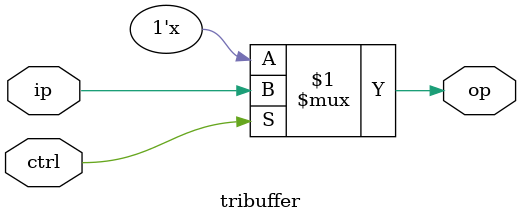
<source format=v>
module tribuffer(ip,op,ctrl);
	input ip,ctrl;
	output op;
	assign op=(ctrl)?ip:1'bz;
endmodule 
</source>
